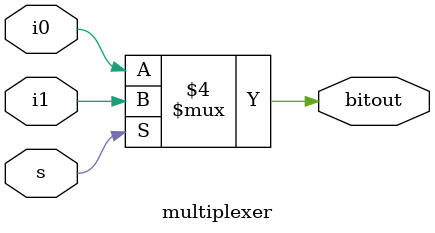
<source format=v>
`timescale 1ns / 1ps




module CarrySelectAdder(input [31:0] A, 
input[31:0]B, input cin,
output [31:0] S,
output cout);
wire [31:0] temp0,temp1,carry0,carry1;
genvar i;

Full_Adder F0(A[0],B[0],0,temp0[0],carry0[0]);
for(i = 1;i<32 ; i=i+1)
begin
Full_Adder F1(A[i],B[i],carry0[i-1],temp0[i],carry0[i]);
end

Full_Adder F2(A[0],B[0],1,temp1[0],carry1[0]);
for(i = 1;i<32 ; i=i+1)
begin
Full_Adder F0(A[i],B[i],carry1[i-1],temp1[i],carry1[i]);
end

multiplexer mux1(carry0[31],carry1[31],cin,cout);

for(i = 0; i<32 ; i=i+1)
begin
multiplexer mux2(temp0[i],temp1[i],cin,S[i]);
end
endmodule

module multiplexer(input i0,i1,s,output reg bitout);
always@(i0,i1,s)
begin
if(s == 0)
bitout = i0;
else
bitout = i1;
end
endmodule

</source>
